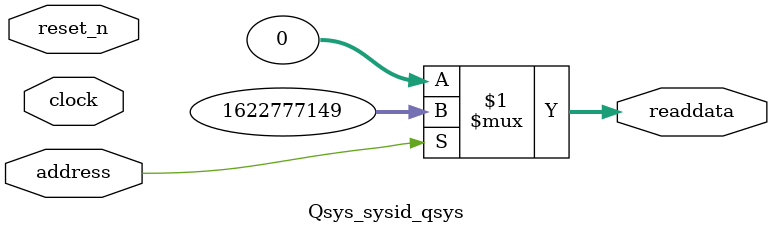
<source format=v>



// synthesis translate_off
`timescale 1ns / 1ps
// synthesis translate_on

// turn off superfluous verilog processor warnings 
// altera message_level Level1 
// altera message_off 10034 10035 10036 10037 10230 10240 10030 

module Qsys_sysid_qsys (
               // inputs:
                address,
                clock,
                reset_n,

               // outputs:
                readdata
             )
;

  output  [ 31: 0] readdata;
  input            address;
  input            clock;
  input            reset_n;

  wire    [ 31: 0] readdata;
  //control_slave, which is an e_avalon_slave
  assign readdata = address ? 1622777149 : 0;

endmodule



</source>
